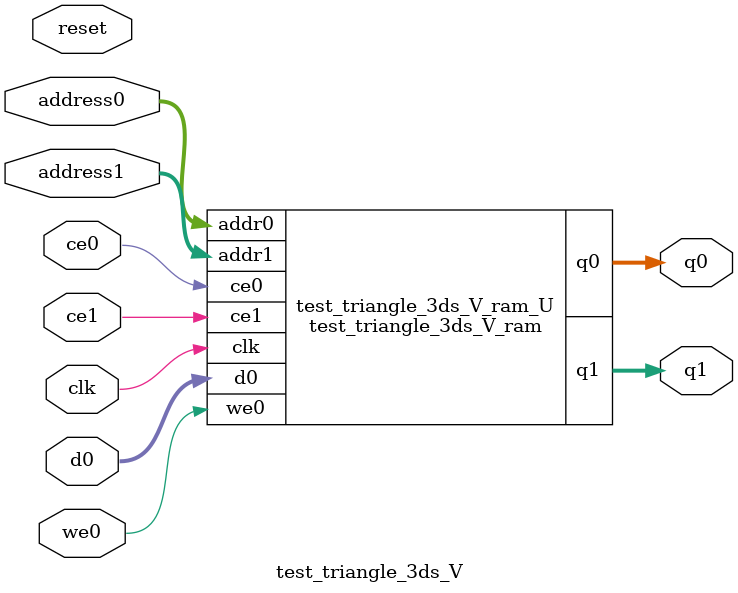
<source format=v>
`timescale 1 ns / 1 ps
module test_triangle_3ds_V_ram (addr0, ce0, d0, we0, q0, addr1, ce1, q1,  clk);

parameter DWIDTH = 32;
parameter AWIDTH = 15;
parameter MEM_SIZE = 28719;

input[AWIDTH-1:0] addr0;
input ce0;
input[DWIDTH-1:0] d0;
input we0;
output reg[DWIDTH-1:0] q0;
input[AWIDTH-1:0] addr1;
input ce1;
output reg[DWIDTH-1:0] q1;
input clk;

(* ram_style = "block" *)reg [DWIDTH-1:0] ram[0:MEM_SIZE-1];




always @(posedge clk)  
begin 
    if (ce0) begin
        if (we0) 
            ram[addr0] <= d0; 
        q0 <= ram[addr0];
    end
end


always @(posedge clk)  
begin 
    if (ce1) begin
        q1 <= ram[addr1];
    end
end


endmodule

`timescale 1 ns / 1 ps
module test_triangle_3ds_V(
    reset,
    clk,
    address0,
    ce0,
    we0,
    d0,
    q0,
    address1,
    ce1,
    q1);

parameter DataWidth = 32'd32;
parameter AddressRange = 32'd28719;
parameter AddressWidth = 32'd15;
input reset;
input clk;
input[AddressWidth - 1:0] address0;
input ce0;
input we0;
input[DataWidth - 1:0] d0;
output[DataWidth - 1:0] q0;
input[AddressWidth - 1:0] address1;
input ce1;
output[DataWidth - 1:0] q1;



test_triangle_3ds_V_ram test_triangle_3ds_V_ram_U(
    .clk( clk ),
    .addr0( address0 ),
    .ce0( ce0 ),
    .we0( we0 ),
    .d0( d0 ),
    .q0( q0 ),
    .addr1( address1 ),
    .ce1( ce1 ),
    .q1( q1 ));

endmodule


</source>
